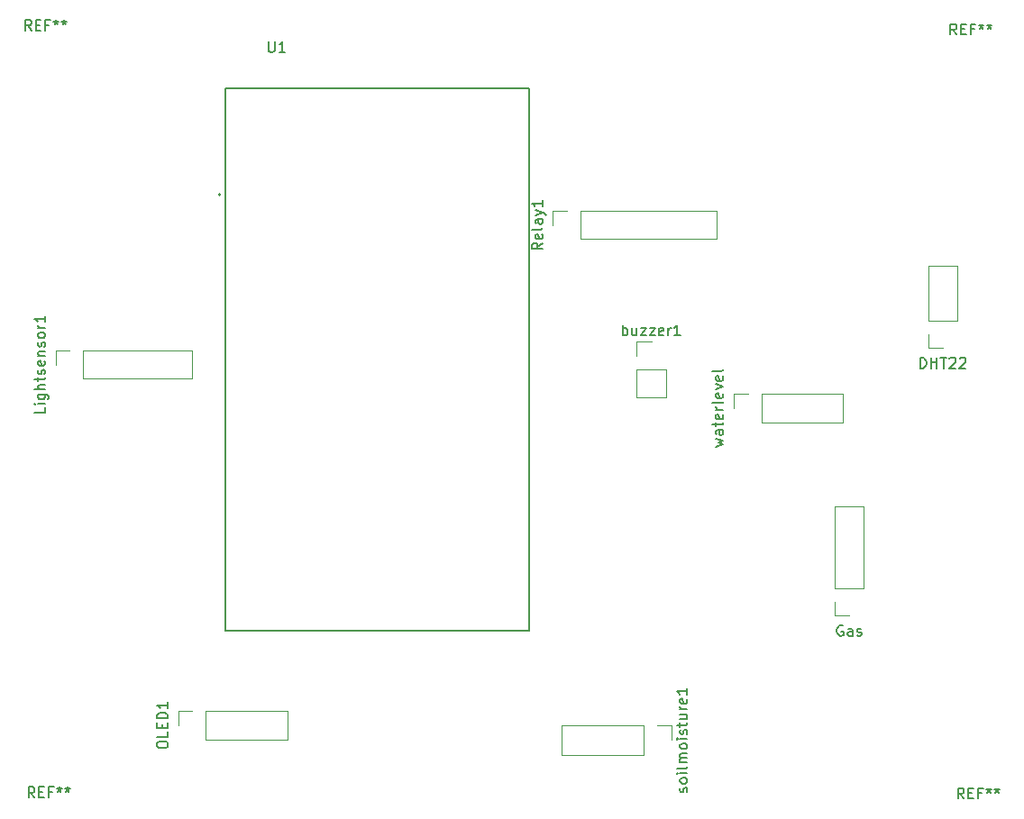
<source format=gto>
%TF.GenerationSoftware,KiCad,Pcbnew,9.0.4*%
%TF.CreationDate,2025-11-06T19:22:31+05:30*%
%TF.ProjectId,projectxxxxxxx,70726f6a-6563-4747-9878-78787878782e,rev?*%
%TF.SameCoordinates,Original*%
%TF.FileFunction,Legend,Top*%
%TF.FilePolarity,Positive*%
%FSLAX46Y46*%
G04 Gerber Fmt 4.6, Leading zero omitted, Abs format (unit mm)*
G04 Created by KiCad (PCBNEW 9.0.4) date 2025-11-06 19:22:31*
%MOMM*%
%LPD*%
G01*
G04 APERTURE LIST*
%ADD10C,0.150000*%
%ADD11C,0.120000*%
%ADD12C,0.127000*%
%ADD13C,0.200000*%
G04 APERTURE END LIST*
D10*
X113309523Y-82674819D02*
X113309523Y-81674819D01*
X113309523Y-82055771D02*
X113404761Y-82008152D01*
X113404761Y-82008152D02*
X113595237Y-82008152D01*
X113595237Y-82008152D02*
X113690475Y-82055771D01*
X113690475Y-82055771D02*
X113738094Y-82103390D01*
X113738094Y-82103390D02*
X113785713Y-82198628D01*
X113785713Y-82198628D02*
X113785713Y-82484342D01*
X113785713Y-82484342D02*
X113738094Y-82579580D01*
X113738094Y-82579580D02*
X113690475Y-82627200D01*
X113690475Y-82627200D02*
X113595237Y-82674819D01*
X113595237Y-82674819D02*
X113404761Y-82674819D01*
X113404761Y-82674819D02*
X113309523Y-82627200D01*
X114642856Y-82008152D02*
X114642856Y-82674819D01*
X114214285Y-82008152D02*
X114214285Y-82531961D01*
X114214285Y-82531961D02*
X114261904Y-82627200D01*
X114261904Y-82627200D02*
X114357142Y-82674819D01*
X114357142Y-82674819D02*
X114499999Y-82674819D01*
X114499999Y-82674819D02*
X114595237Y-82627200D01*
X114595237Y-82627200D02*
X114642856Y-82579580D01*
X115023809Y-82008152D02*
X115547618Y-82008152D01*
X115547618Y-82008152D02*
X115023809Y-82674819D01*
X115023809Y-82674819D02*
X115547618Y-82674819D01*
X115833333Y-82008152D02*
X116357142Y-82008152D01*
X116357142Y-82008152D02*
X115833333Y-82674819D01*
X115833333Y-82674819D02*
X116357142Y-82674819D01*
X117119047Y-82627200D02*
X117023809Y-82674819D01*
X117023809Y-82674819D02*
X116833333Y-82674819D01*
X116833333Y-82674819D02*
X116738095Y-82627200D01*
X116738095Y-82627200D02*
X116690476Y-82531961D01*
X116690476Y-82531961D02*
X116690476Y-82151009D01*
X116690476Y-82151009D02*
X116738095Y-82055771D01*
X116738095Y-82055771D02*
X116833333Y-82008152D01*
X116833333Y-82008152D02*
X117023809Y-82008152D01*
X117023809Y-82008152D02*
X117119047Y-82055771D01*
X117119047Y-82055771D02*
X117166666Y-82151009D01*
X117166666Y-82151009D02*
X117166666Y-82246247D01*
X117166666Y-82246247D02*
X116690476Y-82341485D01*
X117595238Y-82674819D02*
X117595238Y-82008152D01*
X117595238Y-82198628D02*
X117642857Y-82103390D01*
X117642857Y-82103390D02*
X117690476Y-82055771D01*
X117690476Y-82055771D02*
X117785714Y-82008152D01*
X117785714Y-82008152D02*
X117880952Y-82008152D01*
X118738095Y-82674819D02*
X118166667Y-82674819D01*
X118452381Y-82674819D02*
X118452381Y-81674819D01*
X118452381Y-81674819D02*
X118357143Y-81817676D01*
X118357143Y-81817676D02*
X118261905Y-81912914D01*
X118261905Y-81912914D02*
X118166667Y-81960533D01*
X57766666Y-54004819D02*
X57433333Y-53528628D01*
X57195238Y-54004819D02*
X57195238Y-53004819D01*
X57195238Y-53004819D02*
X57576190Y-53004819D01*
X57576190Y-53004819D02*
X57671428Y-53052438D01*
X57671428Y-53052438D02*
X57719047Y-53100057D01*
X57719047Y-53100057D02*
X57766666Y-53195295D01*
X57766666Y-53195295D02*
X57766666Y-53338152D01*
X57766666Y-53338152D02*
X57719047Y-53433390D01*
X57719047Y-53433390D02*
X57671428Y-53481009D01*
X57671428Y-53481009D02*
X57576190Y-53528628D01*
X57576190Y-53528628D02*
X57195238Y-53528628D01*
X58195238Y-53481009D02*
X58528571Y-53481009D01*
X58671428Y-54004819D02*
X58195238Y-54004819D01*
X58195238Y-54004819D02*
X58195238Y-53004819D01*
X58195238Y-53004819D02*
X58671428Y-53004819D01*
X59433333Y-53481009D02*
X59100000Y-53481009D01*
X59100000Y-54004819D02*
X59100000Y-53004819D01*
X59100000Y-53004819D02*
X59576190Y-53004819D01*
X60100000Y-53004819D02*
X60100000Y-53242914D01*
X59861905Y-53147676D02*
X60100000Y-53242914D01*
X60100000Y-53242914D02*
X60338095Y-53147676D01*
X59957143Y-53433390D02*
X60100000Y-53242914D01*
X60100000Y-53242914D02*
X60242857Y-53433390D01*
X60861905Y-53004819D02*
X60861905Y-53242914D01*
X60623810Y-53147676D02*
X60861905Y-53242914D01*
X60861905Y-53242914D02*
X61100000Y-53147676D01*
X60719048Y-53433390D02*
X60861905Y-53242914D01*
X60861905Y-53242914D02*
X61004762Y-53433390D01*
X144666666Y-54404819D02*
X144333333Y-53928628D01*
X144095238Y-54404819D02*
X144095238Y-53404819D01*
X144095238Y-53404819D02*
X144476190Y-53404819D01*
X144476190Y-53404819D02*
X144571428Y-53452438D01*
X144571428Y-53452438D02*
X144619047Y-53500057D01*
X144619047Y-53500057D02*
X144666666Y-53595295D01*
X144666666Y-53595295D02*
X144666666Y-53738152D01*
X144666666Y-53738152D02*
X144619047Y-53833390D01*
X144619047Y-53833390D02*
X144571428Y-53881009D01*
X144571428Y-53881009D02*
X144476190Y-53928628D01*
X144476190Y-53928628D02*
X144095238Y-53928628D01*
X145095238Y-53881009D02*
X145428571Y-53881009D01*
X145571428Y-54404819D02*
X145095238Y-54404819D01*
X145095238Y-54404819D02*
X145095238Y-53404819D01*
X145095238Y-53404819D02*
X145571428Y-53404819D01*
X146333333Y-53881009D02*
X146000000Y-53881009D01*
X146000000Y-54404819D02*
X146000000Y-53404819D01*
X146000000Y-53404819D02*
X146476190Y-53404819D01*
X147000000Y-53404819D02*
X147000000Y-53642914D01*
X146761905Y-53547676D02*
X147000000Y-53642914D01*
X147000000Y-53642914D02*
X147238095Y-53547676D01*
X146857143Y-53833390D02*
X147000000Y-53642914D01*
X147000000Y-53642914D02*
X147142857Y-53833390D01*
X147761905Y-53404819D02*
X147761905Y-53642914D01*
X147523810Y-53547676D02*
X147761905Y-53642914D01*
X147761905Y-53642914D02*
X148000000Y-53547676D01*
X147619048Y-53833390D02*
X147761905Y-53642914D01*
X147761905Y-53642914D02*
X147904762Y-53833390D01*
X134004761Y-109952438D02*
X133909523Y-109904819D01*
X133909523Y-109904819D02*
X133766666Y-109904819D01*
X133766666Y-109904819D02*
X133623809Y-109952438D01*
X133623809Y-109952438D02*
X133528571Y-110047676D01*
X133528571Y-110047676D02*
X133480952Y-110142914D01*
X133480952Y-110142914D02*
X133433333Y-110333390D01*
X133433333Y-110333390D02*
X133433333Y-110476247D01*
X133433333Y-110476247D02*
X133480952Y-110666723D01*
X133480952Y-110666723D02*
X133528571Y-110761961D01*
X133528571Y-110761961D02*
X133623809Y-110857200D01*
X133623809Y-110857200D02*
X133766666Y-110904819D01*
X133766666Y-110904819D02*
X133861904Y-110904819D01*
X133861904Y-110904819D02*
X134004761Y-110857200D01*
X134004761Y-110857200D02*
X134052380Y-110809580D01*
X134052380Y-110809580D02*
X134052380Y-110476247D01*
X134052380Y-110476247D02*
X133861904Y-110476247D01*
X134909523Y-110904819D02*
X134909523Y-110381009D01*
X134909523Y-110381009D02*
X134861904Y-110285771D01*
X134861904Y-110285771D02*
X134766666Y-110238152D01*
X134766666Y-110238152D02*
X134576190Y-110238152D01*
X134576190Y-110238152D02*
X134480952Y-110285771D01*
X134909523Y-110857200D02*
X134814285Y-110904819D01*
X134814285Y-110904819D02*
X134576190Y-110904819D01*
X134576190Y-110904819D02*
X134480952Y-110857200D01*
X134480952Y-110857200D02*
X134433333Y-110761961D01*
X134433333Y-110761961D02*
X134433333Y-110666723D01*
X134433333Y-110666723D02*
X134480952Y-110571485D01*
X134480952Y-110571485D02*
X134576190Y-110523866D01*
X134576190Y-110523866D02*
X134814285Y-110523866D01*
X134814285Y-110523866D02*
X134909523Y-110476247D01*
X135338095Y-110857200D02*
X135433333Y-110904819D01*
X135433333Y-110904819D02*
X135623809Y-110904819D01*
X135623809Y-110904819D02*
X135719047Y-110857200D01*
X135719047Y-110857200D02*
X135766666Y-110761961D01*
X135766666Y-110761961D02*
X135766666Y-110714342D01*
X135766666Y-110714342D02*
X135719047Y-110619104D01*
X135719047Y-110619104D02*
X135623809Y-110571485D01*
X135623809Y-110571485D02*
X135480952Y-110571485D01*
X135480952Y-110571485D02*
X135385714Y-110523866D01*
X135385714Y-110523866D02*
X135338095Y-110428628D01*
X135338095Y-110428628D02*
X135338095Y-110381009D01*
X135338095Y-110381009D02*
X135385714Y-110285771D01*
X135385714Y-110285771D02*
X135480952Y-110238152D01*
X135480952Y-110238152D02*
X135623809Y-110238152D01*
X135623809Y-110238152D02*
X135719047Y-110285771D01*
X59064819Y-89447619D02*
X59064819Y-89923809D01*
X59064819Y-89923809D02*
X58064819Y-89923809D01*
X59064819Y-89114285D02*
X58398152Y-89114285D01*
X58064819Y-89114285D02*
X58112438Y-89161904D01*
X58112438Y-89161904D02*
X58160057Y-89114285D01*
X58160057Y-89114285D02*
X58112438Y-89066666D01*
X58112438Y-89066666D02*
X58064819Y-89114285D01*
X58064819Y-89114285D02*
X58160057Y-89114285D01*
X58398152Y-88209524D02*
X59207676Y-88209524D01*
X59207676Y-88209524D02*
X59302914Y-88257143D01*
X59302914Y-88257143D02*
X59350533Y-88304762D01*
X59350533Y-88304762D02*
X59398152Y-88400000D01*
X59398152Y-88400000D02*
X59398152Y-88542857D01*
X59398152Y-88542857D02*
X59350533Y-88638095D01*
X59017200Y-88209524D02*
X59064819Y-88304762D01*
X59064819Y-88304762D02*
X59064819Y-88495238D01*
X59064819Y-88495238D02*
X59017200Y-88590476D01*
X59017200Y-88590476D02*
X58969580Y-88638095D01*
X58969580Y-88638095D02*
X58874342Y-88685714D01*
X58874342Y-88685714D02*
X58588628Y-88685714D01*
X58588628Y-88685714D02*
X58493390Y-88638095D01*
X58493390Y-88638095D02*
X58445771Y-88590476D01*
X58445771Y-88590476D02*
X58398152Y-88495238D01*
X58398152Y-88495238D02*
X58398152Y-88304762D01*
X58398152Y-88304762D02*
X58445771Y-88209524D01*
X59064819Y-87733333D02*
X58064819Y-87733333D01*
X59064819Y-87304762D02*
X58541009Y-87304762D01*
X58541009Y-87304762D02*
X58445771Y-87352381D01*
X58445771Y-87352381D02*
X58398152Y-87447619D01*
X58398152Y-87447619D02*
X58398152Y-87590476D01*
X58398152Y-87590476D02*
X58445771Y-87685714D01*
X58445771Y-87685714D02*
X58493390Y-87733333D01*
X58398152Y-86971428D02*
X58398152Y-86590476D01*
X58064819Y-86828571D02*
X58921961Y-86828571D01*
X58921961Y-86828571D02*
X59017200Y-86780952D01*
X59017200Y-86780952D02*
X59064819Y-86685714D01*
X59064819Y-86685714D02*
X59064819Y-86590476D01*
X59017200Y-86304761D02*
X59064819Y-86209523D01*
X59064819Y-86209523D02*
X59064819Y-86019047D01*
X59064819Y-86019047D02*
X59017200Y-85923809D01*
X59017200Y-85923809D02*
X58921961Y-85876190D01*
X58921961Y-85876190D02*
X58874342Y-85876190D01*
X58874342Y-85876190D02*
X58779104Y-85923809D01*
X58779104Y-85923809D02*
X58731485Y-86019047D01*
X58731485Y-86019047D02*
X58731485Y-86161904D01*
X58731485Y-86161904D02*
X58683866Y-86257142D01*
X58683866Y-86257142D02*
X58588628Y-86304761D01*
X58588628Y-86304761D02*
X58541009Y-86304761D01*
X58541009Y-86304761D02*
X58445771Y-86257142D01*
X58445771Y-86257142D02*
X58398152Y-86161904D01*
X58398152Y-86161904D02*
X58398152Y-86019047D01*
X58398152Y-86019047D02*
X58445771Y-85923809D01*
X59017200Y-85066666D02*
X59064819Y-85161904D01*
X59064819Y-85161904D02*
X59064819Y-85352380D01*
X59064819Y-85352380D02*
X59017200Y-85447618D01*
X59017200Y-85447618D02*
X58921961Y-85495237D01*
X58921961Y-85495237D02*
X58541009Y-85495237D01*
X58541009Y-85495237D02*
X58445771Y-85447618D01*
X58445771Y-85447618D02*
X58398152Y-85352380D01*
X58398152Y-85352380D02*
X58398152Y-85161904D01*
X58398152Y-85161904D02*
X58445771Y-85066666D01*
X58445771Y-85066666D02*
X58541009Y-85019047D01*
X58541009Y-85019047D02*
X58636247Y-85019047D01*
X58636247Y-85019047D02*
X58731485Y-85495237D01*
X58398152Y-84590475D02*
X59064819Y-84590475D01*
X58493390Y-84590475D02*
X58445771Y-84542856D01*
X58445771Y-84542856D02*
X58398152Y-84447618D01*
X58398152Y-84447618D02*
X58398152Y-84304761D01*
X58398152Y-84304761D02*
X58445771Y-84209523D01*
X58445771Y-84209523D02*
X58541009Y-84161904D01*
X58541009Y-84161904D02*
X59064819Y-84161904D01*
X59017200Y-83733332D02*
X59064819Y-83638094D01*
X59064819Y-83638094D02*
X59064819Y-83447618D01*
X59064819Y-83447618D02*
X59017200Y-83352380D01*
X59017200Y-83352380D02*
X58921961Y-83304761D01*
X58921961Y-83304761D02*
X58874342Y-83304761D01*
X58874342Y-83304761D02*
X58779104Y-83352380D01*
X58779104Y-83352380D02*
X58731485Y-83447618D01*
X58731485Y-83447618D02*
X58731485Y-83590475D01*
X58731485Y-83590475D02*
X58683866Y-83685713D01*
X58683866Y-83685713D02*
X58588628Y-83733332D01*
X58588628Y-83733332D02*
X58541009Y-83733332D01*
X58541009Y-83733332D02*
X58445771Y-83685713D01*
X58445771Y-83685713D02*
X58398152Y-83590475D01*
X58398152Y-83590475D02*
X58398152Y-83447618D01*
X58398152Y-83447618D02*
X58445771Y-83352380D01*
X59064819Y-82733332D02*
X59017200Y-82828570D01*
X59017200Y-82828570D02*
X58969580Y-82876189D01*
X58969580Y-82876189D02*
X58874342Y-82923808D01*
X58874342Y-82923808D02*
X58588628Y-82923808D01*
X58588628Y-82923808D02*
X58493390Y-82876189D01*
X58493390Y-82876189D02*
X58445771Y-82828570D01*
X58445771Y-82828570D02*
X58398152Y-82733332D01*
X58398152Y-82733332D02*
X58398152Y-82590475D01*
X58398152Y-82590475D02*
X58445771Y-82495237D01*
X58445771Y-82495237D02*
X58493390Y-82447618D01*
X58493390Y-82447618D02*
X58588628Y-82399999D01*
X58588628Y-82399999D02*
X58874342Y-82399999D01*
X58874342Y-82399999D02*
X58969580Y-82447618D01*
X58969580Y-82447618D02*
X59017200Y-82495237D01*
X59017200Y-82495237D02*
X59064819Y-82590475D01*
X59064819Y-82590475D02*
X59064819Y-82733332D01*
X59064819Y-81971427D02*
X58398152Y-81971427D01*
X58588628Y-81971427D02*
X58493390Y-81923808D01*
X58493390Y-81923808D02*
X58445771Y-81876189D01*
X58445771Y-81876189D02*
X58398152Y-81780951D01*
X58398152Y-81780951D02*
X58398152Y-81685713D01*
X59064819Y-80828570D02*
X59064819Y-81399998D01*
X59064819Y-81114284D02*
X58064819Y-81114284D01*
X58064819Y-81114284D02*
X58207676Y-81209522D01*
X58207676Y-81209522D02*
X58302914Y-81304760D01*
X58302914Y-81304760D02*
X58350533Y-81399998D01*
X119327200Y-125580952D02*
X119374819Y-125485714D01*
X119374819Y-125485714D02*
X119374819Y-125295238D01*
X119374819Y-125295238D02*
X119327200Y-125200000D01*
X119327200Y-125200000D02*
X119231961Y-125152381D01*
X119231961Y-125152381D02*
X119184342Y-125152381D01*
X119184342Y-125152381D02*
X119089104Y-125200000D01*
X119089104Y-125200000D02*
X119041485Y-125295238D01*
X119041485Y-125295238D02*
X119041485Y-125438095D01*
X119041485Y-125438095D02*
X118993866Y-125533333D01*
X118993866Y-125533333D02*
X118898628Y-125580952D01*
X118898628Y-125580952D02*
X118851009Y-125580952D01*
X118851009Y-125580952D02*
X118755771Y-125533333D01*
X118755771Y-125533333D02*
X118708152Y-125438095D01*
X118708152Y-125438095D02*
X118708152Y-125295238D01*
X118708152Y-125295238D02*
X118755771Y-125200000D01*
X119374819Y-124580952D02*
X119327200Y-124676190D01*
X119327200Y-124676190D02*
X119279580Y-124723809D01*
X119279580Y-124723809D02*
X119184342Y-124771428D01*
X119184342Y-124771428D02*
X118898628Y-124771428D01*
X118898628Y-124771428D02*
X118803390Y-124723809D01*
X118803390Y-124723809D02*
X118755771Y-124676190D01*
X118755771Y-124676190D02*
X118708152Y-124580952D01*
X118708152Y-124580952D02*
X118708152Y-124438095D01*
X118708152Y-124438095D02*
X118755771Y-124342857D01*
X118755771Y-124342857D02*
X118803390Y-124295238D01*
X118803390Y-124295238D02*
X118898628Y-124247619D01*
X118898628Y-124247619D02*
X119184342Y-124247619D01*
X119184342Y-124247619D02*
X119279580Y-124295238D01*
X119279580Y-124295238D02*
X119327200Y-124342857D01*
X119327200Y-124342857D02*
X119374819Y-124438095D01*
X119374819Y-124438095D02*
X119374819Y-124580952D01*
X119374819Y-123819047D02*
X118708152Y-123819047D01*
X118374819Y-123819047D02*
X118422438Y-123866666D01*
X118422438Y-123866666D02*
X118470057Y-123819047D01*
X118470057Y-123819047D02*
X118422438Y-123771428D01*
X118422438Y-123771428D02*
X118374819Y-123819047D01*
X118374819Y-123819047D02*
X118470057Y-123819047D01*
X119374819Y-123200000D02*
X119327200Y-123295238D01*
X119327200Y-123295238D02*
X119231961Y-123342857D01*
X119231961Y-123342857D02*
X118374819Y-123342857D01*
X119374819Y-122819047D02*
X118708152Y-122819047D01*
X118803390Y-122819047D02*
X118755771Y-122771428D01*
X118755771Y-122771428D02*
X118708152Y-122676190D01*
X118708152Y-122676190D02*
X118708152Y-122533333D01*
X118708152Y-122533333D02*
X118755771Y-122438095D01*
X118755771Y-122438095D02*
X118851009Y-122390476D01*
X118851009Y-122390476D02*
X119374819Y-122390476D01*
X118851009Y-122390476D02*
X118755771Y-122342857D01*
X118755771Y-122342857D02*
X118708152Y-122247619D01*
X118708152Y-122247619D02*
X118708152Y-122104762D01*
X118708152Y-122104762D02*
X118755771Y-122009523D01*
X118755771Y-122009523D02*
X118851009Y-121961904D01*
X118851009Y-121961904D02*
X119374819Y-121961904D01*
X119374819Y-121342857D02*
X119327200Y-121438095D01*
X119327200Y-121438095D02*
X119279580Y-121485714D01*
X119279580Y-121485714D02*
X119184342Y-121533333D01*
X119184342Y-121533333D02*
X118898628Y-121533333D01*
X118898628Y-121533333D02*
X118803390Y-121485714D01*
X118803390Y-121485714D02*
X118755771Y-121438095D01*
X118755771Y-121438095D02*
X118708152Y-121342857D01*
X118708152Y-121342857D02*
X118708152Y-121200000D01*
X118708152Y-121200000D02*
X118755771Y-121104762D01*
X118755771Y-121104762D02*
X118803390Y-121057143D01*
X118803390Y-121057143D02*
X118898628Y-121009524D01*
X118898628Y-121009524D02*
X119184342Y-121009524D01*
X119184342Y-121009524D02*
X119279580Y-121057143D01*
X119279580Y-121057143D02*
X119327200Y-121104762D01*
X119327200Y-121104762D02*
X119374819Y-121200000D01*
X119374819Y-121200000D02*
X119374819Y-121342857D01*
X119374819Y-120580952D02*
X118708152Y-120580952D01*
X118374819Y-120580952D02*
X118422438Y-120628571D01*
X118422438Y-120628571D02*
X118470057Y-120580952D01*
X118470057Y-120580952D02*
X118422438Y-120533333D01*
X118422438Y-120533333D02*
X118374819Y-120580952D01*
X118374819Y-120580952D02*
X118470057Y-120580952D01*
X119327200Y-120152381D02*
X119374819Y-120057143D01*
X119374819Y-120057143D02*
X119374819Y-119866667D01*
X119374819Y-119866667D02*
X119327200Y-119771429D01*
X119327200Y-119771429D02*
X119231961Y-119723810D01*
X119231961Y-119723810D02*
X119184342Y-119723810D01*
X119184342Y-119723810D02*
X119089104Y-119771429D01*
X119089104Y-119771429D02*
X119041485Y-119866667D01*
X119041485Y-119866667D02*
X119041485Y-120009524D01*
X119041485Y-120009524D02*
X118993866Y-120104762D01*
X118993866Y-120104762D02*
X118898628Y-120152381D01*
X118898628Y-120152381D02*
X118851009Y-120152381D01*
X118851009Y-120152381D02*
X118755771Y-120104762D01*
X118755771Y-120104762D02*
X118708152Y-120009524D01*
X118708152Y-120009524D02*
X118708152Y-119866667D01*
X118708152Y-119866667D02*
X118755771Y-119771429D01*
X118708152Y-119438095D02*
X118708152Y-119057143D01*
X118374819Y-119295238D02*
X119231961Y-119295238D01*
X119231961Y-119295238D02*
X119327200Y-119247619D01*
X119327200Y-119247619D02*
X119374819Y-119152381D01*
X119374819Y-119152381D02*
X119374819Y-119057143D01*
X118708152Y-118295238D02*
X119374819Y-118295238D01*
X118708152Y-118723809D02*
X119231961Y-118723809D01*
X119231961Y-118723809D02*
X119327200Y-118676190D01*
X119327200Y-118676190D02*
X119374819Y-118580952D01*
X119374819Y-118580952D02*
X119374819Y-118438095D01*
X119374819Y-118438095D02*
X119327200Y-118342857D01*
X119327200Y-118342857D02*
X119279580Y-118295238D01*
X119374819Y-117819047D02*
X118708152Y-117819047D01*
X118898628Y-117819047D02*
X118803390Y-117771428D01*
X118803390Y-117771428D02*
X118755771Y-117723809D01*
X118755771Y-117723809D02*
X118708152Y-117628571D01*
X118708152Y-117628571D02*
X118708152Y-117533333D01*
X119327200Y-116819047D02*
X119374819Y-116914285D01*
X119374819Y-116914285D02*
X119374819Y-117104761D01*
X119374819Y-117104761D02*
X119327200Y-117199999D01*
X119327200Y-117199999D02*
X119231961Y-117247618D01*
X119231961Y-117247618D02*
X118851009Y-117247618D01*
X118851009Y-117247618D02*
X118755771Y-117199999D01*
X118755771Y-117199999D02*
X118708152Y-117104761D01*
X118708152Y-117104761D02*
X118708152Y-116914285D01*
X118708152Y-116914285D02*
X118755771Y-116819047D01*
X118755771Y-116819047D02*
X118851009Y-116771428D01*
X118851009Y-116771428D02*
X118946247Y-116771428D01*
X118946247Y-116771428D02*
X119041485Y-117247618D01*
X119374819Y-115819047D02*
X119374819Y-116390475D01*
X119374819Y-116104761D02*
X118374819Y-116104761D01*
X118374819Y-116104761D02*
X118517676Y-116199999D01*
X118517676Y-116199999D02*
X118612914Y-116295237D01*
X118612914Y-116295237D02*
X118660533Y-116390475D01*
X80038095Y-55054819D02*
X80038095Y-55864342D01*
X80038095Y-55864342D02*
X80085714Y-55959580D01*
X80085714Y-55959580D02*
X80133333Y-56007200D01*
X80133333Y-56007200D02*
X80228571Y-56054819D01*
X80228571Y-56054819D02*
X80419047Y-56054819D01*
X80419047Y-56054819D02*
X80514285Y-56007200D01*
X80514285Y-56007200D02*
X80561904Y-55959580D01*
X80561904Y-55959580D02*
X80609523Y-55864342D01*
X80609523Y-55864342D02*
X80609523Y-55054819D01*
X81609523Y-56054819D02*
X81038095Y-56054819D01*
X81323809Y-56054819D02*
X81323809Y-55054819D01*
X81323809Y-55054819D02*
X81228571Y-55197676D01*
X81228571Y-55197676D02*
X81133333Y-55292914D01*
X81133333Y-55292914D02*
X81038095Y-55340533D01*
X145366666Y-126204819D02*
X145033333Y-125728628D01*
X144795238Y-126204819D02*
X144795238Y-125204819D01*
X144795238Y-125204819D02*
X145176190Y-125204819D01*
X145176190Y-125204819D02*
X145271428Y-125252438D01*
X145271428Y-125252438D02*
X145319047Y-125300057D01*
X145319047Y-125300057D02*
X145366666Y-125395295D01*
X145366666Y-125395295D02*
X145366666Y-125538152D01*
X145366666Y-125538152D02*
X145319047Y-125633390D01*
X145319047Y-125633390D02*
X145271428Y-125681009D01*
X145271428Y-125681009D02*
X145176190Y-125728628D01*
X145176190Y-125728628D02*
X144795238Y-125728628D01*
X145795238Y-125681009D02*
X146128571Y-125681009D01*
X146271428Y-126204819D02*
X145795238Y-126204819D01*
X145795238Y-126204819D02*
X145795238Y-125204819D01*
X145795238Y-125204819D02*
X146271428Y-125204819D01*
X147033333Y-125681009D02*
X146700000Y-125681009D01*
X146700000Y-126204819D02*
X146700000Y-125204819D01*
X146700000Y-125204819D02*
X147176190Y-125204819D01*
X147700000Y-125204819D02*
X147700000Y-125442914D01*
X147461905Y-125347676D02*
X147700000Y-125442914D01*
X147700000Y-125442914D02*
X147938095Y-125347676D01*
X147557143Y-125633390D02*
X147700000Y-125442914D01*
X147700000Y-125442914D02*
X147842857Y-125633390D01*
X148461905Y-125204819D02*
X148461905Y-125442914D01*
X148223810Y-125347676D02*
X148461905Y-125442914D01*
X148461905Y-125442914D02*
X148700000Y-125347676D01*
X148319048Y-125633390D02*
X148461905Y-125442914D01*
X148461905Y-125442914D02*
X148604762Y-125633390D01*
X141255952Y-85749819D02*
X141255952Y-84749819D01*
X141255952Y-84749819D02*
X141494047Y-84749819D01*
X141494047Y-84749819D02*
X141636904Y-84797438D01*
X141636904Y-84797438D02*
X141732142Y-84892676D01*
X141732142Y-84892676D02*
X141779761Y-84987914D01*
X141779761Y-84987914D02*
X141827380Y-85178390D01*
X141827380Y-85178390D02*
X141827380Y-85321247D01*
X141827380Y-85321247D02*
X141779761Y-85511723D01*
X141779761Y-85511723D02*
X141732142Y-85606961D01*
X141732142Y-85606961D02*
X141636904Y-85702200D01*
X141636904Y-85702200D02*
X141494047Y-85749819D01*
X141494047Y-85749819D02*
X141255952Y-85749819D01*
X142255952Y-85749819D02*
X142255952Y-84749819D01*
X142255952Y-85226009D02*
X142827380Y-85226009D01*
X142827380Y-85749819D02*
X142827380Y-84749819D01*
X143160714Y-84749819D02*
X143732142Y-84749819D01*
X143446428Y-85749819D02*
X143446428Y-84749819D01*
X144017857Y-84845057D02*
X144065476Y-84797438D01*
X144065476Y-84797438D02*
X144160714Y-84749819D01*
X144160714Y-84749819D02*
X144398809Y-84749819D01*
X144398809Y-84749819D02*
X144494047Y-84797438D01*
X144494047Y-84797438D02*
X144541666Y-84845057D01*
X144541666Y-84845057D02*
X144589285Y-84940295D01*
X144589285Y-84940295D02*
X144589285Y-85035533D01*
X144589285Y-85035533D02*
X144541666Y-85178390D01*
X144541666Y-85178390D02*
X143970238Y-85749819D01*
X143970238Y-85749819D02*
X144589285Y-85749819D01*
X144970238Y-84845057D02*
X145017857Y-84797438D01*
X145017857Y-84797438D02*
X145113095Y-84749819D01*
X145113095Y-84749819D02*
X145351190Y-84749819D01*
X145351190Y-84749819D02*
X145446428Y-84797438D01*
X145446428Y-84797438D02*
X145494047Y-84845057D01*
X145494047Y-84845057D02*
X145541666Y-84940295D01*
X145541666Y-84940295D02*
X145541666Y-85035533D01*
X145541666Y-85035533D02*
X145494047Y-85178390D01*
X145494047Y-85178390D02*
X144922619Y-85749819D01*
X144922619Y-85749819D02*
X145541666Y-85749819D01*
X69584819Y-121228571D02*
X69584819Y-121038095D01*
X69584819Y-121038095D02*
X69632438Y-120942857D01*
X69632438Y-120942857D02*
X69727676Y-120847619D01*
X69727676Y-120847619D02*
X69918152Y-120800000D01*
X69918152Y-120800000D02*
X70251485Y-120800000D01*
X70251485Y-120800000D02*
X70441961Y-120847619D01*
X70441961Y-120847619D02*
X70537200Y-120942857D01*
X70537200Y-120942857D02*
X70584819Y-121038095D01*
X70584819Y-121038095D02*
X70584819Y-121228571D01*
X70584819Y-121228571D02*
X70537200Y-121323809D01*
X70537200Y-121323809D02*
X70441961Y-121419047D01*
X70441961Y-121419047D02*
X70251485Y-121466666D01*
X70251485Y-121466666D02*
X69918152Y-121466666D01*
X69918152Y-121466666D02*
X69727676Y-121419047D01*
X69727676Y-121419047D02*
X69632438Y-121323809D01*
X69632438Y-121323809D02*
X69584819Y-121228571D01*
X70584819Y-119895238D02*
X70584819Y-120371428D01*
X70584819Y-120371428D02*
X69584819Y-120371428D01*
X70061009Y-119561904D02*
X70061009Y-119228571D01*
X70584819Y-119085714D02*
X70584819Y-119561904D01*
X70584819Y-119561904D02*
X69584819Y-119561904D01*
X69584819Y-119561904D02*
X69584819Y-119085714D01*
X70584819Y-118657142D02*
X69584819Y-118657142D01*
X69584819Y-118657142D02*
X69584819Y-118419047D01*
X69584819Y-118419047D02*
X69632438Y-118276190D01*
X69632438Y-118276190D02*
X69727676Y-118180952D01*
X69727676Y-118180952D02*
X69822914Y-118133333D01*
X69822914Y-118133333D02*
X70013390Y-118085714D01*
X70013390Y-118085714D02*
X70156247Y-118085714D01*
X70156247Y-118085714D02*
X70346723Y-118133333D01*
X70346723Y-118133333D02*
X70441961Y-118180952D01*
X70441961Y-118180952D02*
X70537200Y-118276190D01*
X70537200Y-118276190D02*
X70584819Y-118419047D01*
X70584819Y-118419047D02*
X70584819Y-118657142D01*
X70584819Y-117133333D02*
X70584819Y-117704761D01*
X70584819Y-117419047D02*
X69584819Y-117419047D01*
X69584819Y-117419047D02*
X69727676Y-117514285D01*
X69727676Y-117514285D02*
X69822914Y-117609523D01*
X69822914Y-117609523D02*
X69870533Y-117704761D01*
X122078152Y-93119048D02*
X122744819Y-92928572D01*
X122744819Y-92928572D02*
X122268628Y-92738096D01*
X122268628Y-92738096D02*
X122744819Y-92547620D01*
X122744819Y-92547620D02*
X122078152Y-92357144D01*
X122744819Y-91547620D02*
X122221009Y-91547620D01*
X122221009Y-91547620D02*
X122125771Y-91595239D01*
X122125771Y-91595239D02*
X122078152Y-91690477D01*
X122078152Y-91690477D02*
X122078152Y-91880953D01*
X122078152Y-91880953D02*
X122125771Y-91976191D01*
X122697200Y-91547620D02*
X122744819Y-91642858D01*
X122744819Y-91642858D02*
X122744819Y-91880953D01*
X122744819Y-91880953D02*
X122697200Y-91976191D01*
X122697200Y-91976191D02*
X122601961Y-92023810D01*
X122601961Y-92023810D02*
X122506723Y-92023810D01*
X122506723Y-92023810D02*
X122411485Y-91976191D01*
X122411485Y-91976191D02*
X122363866Y-91880953D01*
X122363866Y-91880953D02*
X122363866Y-91642858D01*
X122363866Y-91642858D02*
X122316247Y-91547620D01*
X122078152Y-91214286D02*
X122078152Y-90833334D01*
X121744819Y-91071429D02*
X122601961Y-91071429D01*
X122601961Y-91071429D02*
X122697200Y-91023810D01*
X122697200Y-91023810D02*
X122744819Y-90928572D01*
X122744819Y-90928572D02*
X122744819Y-90833334D01*
X122697200Y-90119048D02*
X122744819Y-90214286D01*
X122744819Y-90214286D02*
X122744819Y-90404762D01*
X122744819Y-90404762D02*
X122697200Y-90500000D01*
X122697200Y-90500000D02*
X122601961Y-90547619D01*
X122601961Y-90547619D02*
X122221009Y-90547619D01*
X122221009Y-90547619D02*
X122125771Y-90500000D01*
X122125771Y-90500000D02*
X122078152Y-90404762D01*
X122078152Y-90404762D02*
X122078152Y-90214286D01*
X122078152Y-90214286D02*
X122125771Y-90119048D01*
X122125771Y-90119048D02*
X122221009Y-90071429D01*
X122221009Y-90071429D02*
X122316247Y-90071429D01*
X122316247Y-90071429D02*
X122411485Y-90547619D01*
X122744819Y-89642857D02*
X122078152Y-89642857D01*
X122268628Y-89642857D02*
X122173390Y-89595238D01*
X122173390Y-89595238D02*
X122125771Y-89547619D01*
X122125771Y-89547619D02*
X122078152Y-89452381D01*
X122078152Y-89452381D02*
X122078152Y-89357143D01*
X122744819Y-88880952D02*
X122697200Y-88976190D01*
X122697200Y-88976190D02*
X122601961Y-89023809D01*
X122601961Y-89023809D02*
X121744819Y-89023809D01*
X122697200Y-88119047D02*
X122744819Y-88214285D01*
X122744819Y-88214285D02*
X122744819Y-88404761D01*
X122744819Y-88404761D02*
X122697200Y-88499999D01*
X122697200Y-88499999D02*
X122601961Y-88547618D01*
X122601961Y-88547618D02*
X122221009Y-88547618D01*
X122221009Y-88547618D02*
X122125771Y-88499999D01*
X122125771Y-88499999D02*
X122078152Y-88404761D01*
X122078152Y-88404761D02*
X122078152Y-88214285D01*
X122078152Y-88214285D02*
X122125771Y-88119047D01*
X122125771Y-88119047D02*
X122221009Y-88071428D01*
X122221009Y-88071428D02*
X122316247Y-88071428D01*
X122316247Y-88071428D02*
X122411485Y-88547618D01*
X122078152Y-87738094D02*
X122744819Y-87499999D01*
X122744819Y-87499999D02*
X122078152Y-87261904D01*
X122697200Y-86499999D02*
X122744819Y-86595237D01*
X122744819Y-86595237D02*
X122744819Y-86785713D01*
X122744819Y-86785713D02*
X122697200Y-86880951D01*
X122697200Y-86880951D02*
X122601961Y-86928570D01*
X122601961Y-86928570D02*
X122221009Y-86928570D01*
X122221009Y-86928570D02*
X122125771Y-86880951D01*
X122125771Y-86880951D02*
X122078152Y-86785713D01*
X122078152Y-86785713D02*
X122078152Y-86595237D01*
X122078152Y-86595237D02*
X122125771Y-86499999D01*
X122125771Y-86499999D02*
X122221009Y-86452380D01*
X122221009Y-86452380D02*
X122316247Y-86452380D01*
X122316247Y-86452380D02*
X122411485Y-86928570D01*
X122744819Y-85880951D02*
X122697200Y-85976189D01*
X122697200Y-85976189D02*
X122601961Y-86023808D01*
X122601961Y-86023808D02*
X121744819Y-86023808D01*
X58066666Y-126104819D02*
X57733333Y-125628628D01*
X57495238Y-126104819D02*
X57495238Y-125104819D01*
X57495238Y-125104819D02*
X57876190Y-125104819D01*
X57876190Y-125104819D02*
X57971428Y-125152438D01*
X57971428Y-125152438D02*
X58019047Y-125200057D01*
X58019047Y-125200057D02*
X58066666Y-125295295D01*
X58066666Y-125295295D02*
X58066666Y-125438152D01*
X58066666Y-125438152D02*
X58019047Y-125533390D01*
X58019047Y-125533390D02*
X57971428Y-125581009D01*
X57971428Y-125581009D02*
X57876190Y-125628628D01*
X57876190Y-125628628D02*
X57495238Y-125628628D01*
X58495238Y-125581009D02*
X58828571Y-125581009D01*
X58971428Y-126104819D02*
X58495238Y-126104819D01*
X58495238Y-126104819D02*
X58495238Y-125104819D01*
X58495238Y-125104819D02*
X58971428Y-125104819D01*
X59733333Y-125581009D02*
X59400000Y-125581009D01*
X59400000Y-126104819D02*
X59400000Y-125104819D01*
X59400000Y-125104819D02*
X59876190Y-125104819D01*
X60400000Y-125104819D02*
X60400000Y-125342914D01*
X60161905Y-125247676D02*
X60400000Y-125342914D01*
X60400000Y-125342914D02*
X60638095Y-125247676D01*
X60257143Y-125533390D02*
X60400000Y-125342914D01*
X60400000Y-125342914D02*
X60542857Y-125533390D01*
X61161905Y-125104819D02*
X61161905Y-125342914D01*
X60923810Y-125247676D02*
X61161905Y-125342914D01*
X61161905Y-125342914D02*
X61400000Y-125247676D01*
X61019048Y-125533390D02*
X61161905Y-125342914D01*
X61161905Y-125342914D02*
X61304762Y-125533390D01*
X105784819Y-73990476D02*
X105308628Y-74323809D01*
X105784819Y-74561904D02*
X104784819Y-74561904D01*
X104784819Y-74561904D02*
X104784819Y-74180952D01*
X104784819Y-74180952D02*
X104832438Y-74085714D01*
X104832438Y-74085714D02*
X104880057Y-74038095D01*
X104880057Y-74038095D02*
X104975295Y-73990476D01*
X104975295Y-73990476D02*
X105118152Y-73990476D01*
X105118152Y-73990476D02*
X105213390Y-74038095D01*
X105213390Y-74038095D02*
X105261009Y-74085714D01*
X105261009Y-74085714D02*
X105308628Y-74180952D01*
X105308628Y-74180952D02*
X105308628Y-74561904D01*
X105737200Y-73180952D02*
X105784819Y-73276190D01*
X105784819Y-73276190D02*
X105784819Y-73466666D01*
X105784819Y-73466666D02*
X105737200Y-73561904D01*
X105737200Y-73561904D02*
X105641961Y-73609523D01*
X105641961Y-73609523D02*
X105261009Y-73609523D01*
X105261009Y-73609523D02*
X105165771Y-73561904D01*
X105165771Y-73561904D02*
X105118152Y-73466666D01*
X105118152Y-73466666D02*
X105118152Y-73276190D01*
X105118152Y-73276190D02*
X105165771Y-73180952D01*
X105165771Y-73180952D02*
X105261009Y-73133333D01*
X105261009Y-73133333D02*
X105356247Y-73133333D01*
X105356247Y-73133333D02*
X105451485Y-73609523D01*
X105784819Y-72561904D02*
X105737200Y-72657142D01*
X105737200Y-72657142D02*
X105641961Y-72704761D01*
X105641961Y-72704761D02*
X104784819Y-72704761D01*
X105784819Y-71752380D02*
X105261009Y-71752380D01*
X105261009Y-71752380D02*
X105165771Y-71799999D01*
X105165771Y-71799999D02*
X105118152Y-71895237D01*
X105118152Y-71895237D02*
X105118152Y-72085713D01*
X105118152Y-72085713D02*
X105165771Y-72180951D01*
X105737200Y-71752380D02*
X105784819Y-71847618D01*
X105784819Y-71847618D02*
X105784819Y-72085713D01*
X105784819Y-72085713D02*
X105737200Y-72180951D01*
X105737200Y-72180951D02*
X105641961Y-72228570D01*
X105641961Y-72228570D02*
X105546723Y-72228570D01*
X105546723Y-72228570D02*
X105451485Y-72180951D01*
X105451485Y-72180951D02*
X105403866Y-72085713D01*
X105403866Y-72085713D02*
X105403866Y-71847618D01*
X105403866Y-71847618D02*
X105356247Y-71752380D01*
X105118152Y-71371427D02*
X105784819Y-71133332D01*
X105118152Y-70895237D02*
X105784819Y-71133332D01*
X105784819Y-71133332D02*
X106022914Y-71228570D01*
X106022914Y-71228570D02*
X106070533Y-71276189D01*
X106070533Y-71276189D02*
X106118152Y-71371427D01*
X105784819Y-69990475D02*
X105784819Y-70561903D01*
X105784819Y-70276189D02*
X104784819Y-70276189D01*
X104784819Y-70276189D02*
X104927676Y-70371427D01*
X104927676Y-70371427D02*
X105022914Y-70466665D01*
X105022914Y-70466665D02*
X105070533Y-70561903D01*
D11*
%TO.C,buzzer1*%
X117380000Y-85870000D02*
X117380000Y-88520000D01*
X114620000Y-88520000D02*
X117380000Y-88520000D01*
X114620000Y-85870000D02*
X117380000Y-85870000D01*
X114620000Y-85870000D02*
X114620000Y-88520000D01*
X114620000Y-84600000D02*
X114620000Y-83220000D01*
X114620000Y-83220000D02*
X116000000Y-83220000D01*
%TO.C,Gas*%
X133270000Y-106410000D02*
X133270000Y-98730000D01*
X133270000Y-109010000D02*
X133270000Y-107680000D01*
X134600000Y-109010000D02*
X133270000Y-109010000D01*
X135930000Y-98730000D02*
X133270000Y-98730000D01*
X135930000Y-106410000D02*
X133270000Y-106410000D01*
X135930000Y-106410000D02*
X135930000Y-98730000D01*
%TO.C,Lightsensor1*%
X60050000Y-84070000D02*
X61380000Y-84070000D01*
X60050000Y-85400000D02*
X60050000Y-84070000D01*
X62650000Y-84070000D02*
X72870000Y-84070000D01*
X62650000Y-86730000D02*
X62650000Y-84070000D01*
X62650000Y-86730000D02*
X72870000Y-86730000D01*
X72870000Y-86730000D02*
X72870000Y-84070000D01*
%TO.C,soilmoisture1*%
X107540000Y-119320000D02*
X107540000Y-122080000D01*
X115270000Y-119320000D02*
X107540000Y-119320000D01*
X115270000Y-119320000D02*
X115270000Y-122080000D01*
X115270000Y-122080000D02*
X107540000Y-122080000D01*
X116540000Y-119320000D02*
X117920000Y-119320000D01*
X117920000Y-119320000D02*
X117920000Y-120700000D01*
D12*
%TO.C,U1*%
X76035000Y-59480000D02*
X87104000Y-59480000D01*
X76035000Y-59480000D02*
X104545000Y-59480000D01*
X76035000Y-110430000D02*
X76035000Y-59480000D01*
X76035000Y-110430000D02*
X76035000Y-59480000D01*
X76035000Y-110430000D02*
X81405000Y-110430000D01*
X81405000Y-110430000D02*
X99095000Y-110430000D01*
X87104000Y-59480000D02*
X93815000Y-59480000D01*
X93815000Y-59480000D02*
X104545000Y-59480000D01*
X99095000Y-110430000D02*
X104545000Y-110430000D01*
X104545000Y-59480000D02*
X104545000Y-110430000D01*
X104545000Y-59480000D02*
X104545000Y-110430000D01*
X104545000Y-110430000D02*
X76035000Y-110430000D01*
D13*
X75565000Y-69440000D02*
G75*
G02*
X75365000Y-69440000I-100000J0D01*
G01*
X75365000Y-69440000D02*
G75*
G02*
X75565000Y-69440000I100000J0D01*
G01*
D11*
%TO.C,DHT22*%
X142045000Y-81255000D02*
X142045000Y-76115000D01*
X142045000Y-83855000D02*
X142045000Y-82525000D01*
X143375000Y-83855000D02*
X142045000Y-83855000D01*
X144705000Y-76115000D02*
X142045000Y-76115000D01*
X144705000Y-81255000D02*
X142045000Y-81255000D01*
X144705000Y-81255000D02*
X144705000Y-76115000D01*
%TO.C,OLED1*%
X71570000Y-117970000D02*
X72900000Y-117970000D01*
X71570000Y-119300000D02*
X71570000Y-117970000D01*
X74170000Y-117970000D02*
X81850000Y-117970000D01*
X74170000Y-120630000D02*
X74170000Y-117970000D01*
X74170000Y-120630000D02*
X81850000Y-120630000D01*
X81850000Y-120630000D02*
X81850000Y-117970000D01*
%TO.C,waterlevel*%
X123730000Y-88170000D02*
X125060000Y-88170000D01*
X123730000Y-89500000D02*
X123730000Y-88170000D01*
X126330000Y-88170000D02*
X134010000Y-88170000D01*
X126330000Y-90830000D02*
X126330000Y-88170000D01*
X126330000Y-90830000D02*
X134010000Y-90830000D01*
X134010000Y-90830000D02*
X134010000Y-88170000D01*
%TO.C,Relay1*%
X106770000Y-70970000D02*
X108100000Y-70970000D01*
X106770000Y-72300000D02*
X106770000Y-70970000D01*
X109370000Y-70970000D02*
X122130000Y-70970000D01*
X109370000Y-73630000D02*
X109370000Y-70970000D01*
X109370000Y-73630000D02*
X122130000Y-73630000D01*
X122130000Y-73630000D02*
X122130000Y-70970000D01*
%TD*%
M02*

</source>
